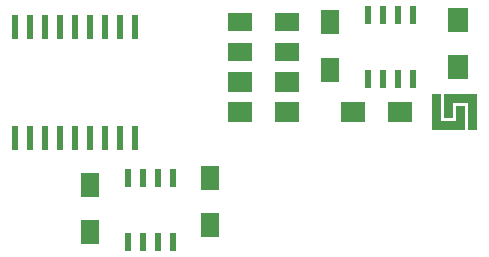
<source format=gbr>
G04 #@! TF.GenerationSoftware,KiCad,Pcbnew,5.0.0-fee4fd1~66~ubuntu18.04.1*
G04 #@! TF.CreationDate,2018-08-10T10:17:42+02:00*
G04 #@! TF.ProjectId,Can_pHat_5.0,43616E5F704861745F352E302E6B6963,rev?*
G04 #@! TF.SameCoordinates,Original*
G04 #@! TF.FileFunction,Paste,Top*
G04 #@! TF.FilePolarity,Positive*
%FSLAX46Y46*%
G04 Gerber Fmt 4.6, Leading zero omitted, Abs format (unit mm)*
G04 Created by KiCad (PCBNEW 5.0.0-fee4fd1~66~ubuntu18.04.1) date Fri Aug 10 10:17:42 2018*
%MOMM*%
%LPD*%
G01*
G04 APERTURE LIST*
%ADD10C,0.500000*%
%ADD11C,0.100000*%
%ADD12R,0.600000X2.000000*%
%ADD13R,1.600000X2.000000*%
%ADD14R,2.000000X1.600000*%
%ADD15R,2.000000X1.700000*%
%ADD16R,1.700000X2.000000*%
%ADD17R,0.600000X1.550000*%
G04 APERTURE END LIST*
D10*
G04 #@! TO.C,JP1*
X55499000Y-33655000D03*
D11*
G36*
X55753000Y-32131000D02*
X55753000Y-34417000D01*
X57023000Y-34417000D01*
X57023000Y-33147000D01*
X57785000Y-33147000D01*
X57785000Y-35179000D01*
X54991000Y-35179000D01*
X54991000Y-32131000D01*
X55753000Y-32131000D01*
X55753000Y-32131000D01*
G37*
D10*
X58293000Y-33655000D03*
D11*
G36*
X58801000Y-32131000D02*
X58801000Y-35179000D01*
X58039000Y-35179000D01*
X58039000Y-32893000D01*
X56769000Y-32893000D01*
X56769000Y-34163000D01*
X56007000Y-34163000D01*
X56007000Y-32131000D01*
X58801000Y-32131000D01*
X58801000Y-32131000D01*
G37*
G04 #@! TD*
D12*
G04 #@! TO.C,U2*
X19685000Y-26415000D03*
X20955000Y-26415000D03*
X22225000Y-26415000D03*
X23495000Y-26415000D03*
X24765000Y-26415000D03*
X26035000Y-26415000D03*
X27305000Y-26415000D03*
X28575000Y-26415000D03*
X29845000Y-26415000D03*
X29845000Y-35815000D03*
X28575000Y-35815000D03*
X27305000Y-35815000D03*
X26035000Y-35815000D03*
X24765000Y-35815000D03*
X23495000Y-35815000D03*
X22225000Y-35815000D03*
X20955000Y-35815000D03*
X19685000Y-35815000D03*
G04 #@! TD*
D13*
G04 #@! TO.C,C1*
X36195000Y-39180000D03*
X36195000Y-43180000D03*
G04 #@! TD*
G04 #@! TO.C,C2*
X26035000Y-39815000D03*
X26035000Y-43815000D03*
G04 #@! TD*
D14*
G04 #@! TO.C,C3*
X42735000Y-26035000D03*
X38735000Y-26035000D03*
G04 #@! TD*
G04 #@! TO.C,C4*
X38735000Y-28575000D03*
X42735000Y-28575000D03*
G04 #@! TD*
D13*
G04 #@! TO.C,C5*
X46355000Y-30035000D03*
X46355000Y-26035000D03*
G04 #@! TD*
D15*
G04 #@! TO.C,R1*
X42735000Y-31115000D03*
X38735000Y-31115000D03*
G04 #@! TD*
D16*
G04 #@! TO.C,R3*
X57150000Y-25845000D03*
X57150000Y-29845000D03*
G04 #@! TD*
D15*
G04 #@! TO.C,R4*
X42735000Y-33655000D03*
X38735000Y-33655000D03*
G04 #@! TD*
G04 #@! TO.C,R5*
X48260000Y-33655000D03*
X52260000Y-33655000D03*
G04 #@! TD*
D17*
G04 #@! TO.C,U3*
X33020000Y-39210000D03*
X31750000Y-39210000D03*
X30480000Y-39210000D03*
X29210000Y-39210000D03*
X29210000Y-44610000D03*
X30480000Y-44610000D03*
X31750000Y-44610000D03*
X33020000Y-44610000D03*
G04 #@! TD*
G04 #@! TO.C,U4*
X49530000Y-25400000D03*
X50800000Y-25400000D03*
X52070000Y-25400000D03*
X53340000Y-25400000D03*
X53340000Y-30800000D03*
X52070000Y-30800000D03*
X50800000Y-30800000D03*
X49530000Y-30800000D03*
G04 #@! TD*
M02*

</source>
